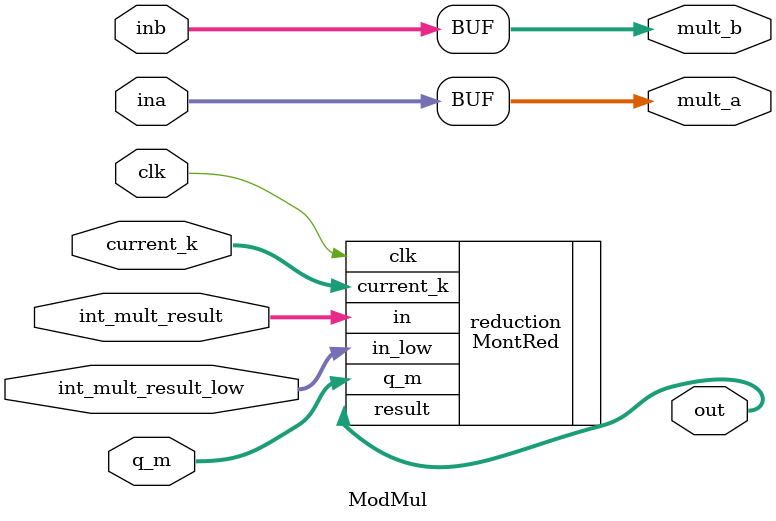
<source format=sv>
`timescale 1ns / 1ps

module ModMul #(
    parameter K = 54,
    parameter W = 24,
    parameter M = 17
  )
  (
    input clk,
    input [K-1:0] ina,
    input [K-1:0] inb,
    input [M-1:0] q_m,
    input [3:0] current_k,

    output [K-1:0] out,

    // Integer Multiplier interface
    output [53:0] mult_a,
    output [53:0] mult_b,
    input [107:0] int_mult_result,
    input [23:0] int_mult_result_low
  );

  assign mult_a = ina;
  assign mult_b = inb;

  MontRed #(
    .K(54)
  ) reduction (
    .clk(clk),
    .in(int_mult_result),
    .in_low(int_mult_result_low),
    .q_m(q_m),
    .current_k(current_k),
    .result(out)
  );

endmodule

</source>
